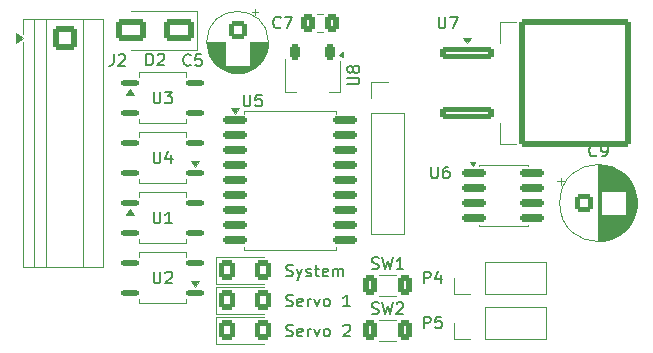
<source format=gto>
G04 #@! TF.GenerationSoftware,KiCad,Pcbnew,9.0.6*
G04 #@! TF.CreationDate,2025-12-01T20:46:10-08:00*
G04 #@! TF.ProjectId,RocketServo,526f636b-6574-4536-9572-766f2e6b6963,n/c*
G04 #@! TF.SameCoordinates,Original*
G04 #@! TF.FileFunction,Legend,Top*
G04 #@! TF.FilePolarity,Positive*
%FSLAX46Y46*%
G04 Gerber Fmt 4.6, Leading zero omitted, Abs format (unit mm)*
G04 Created by KiCad (PCBNEW 9.0.6) date 2025-12-01 20:46:10*
%MOMM*%
%LPD*%
G01*
G04 APERTURE LIST*
G04 Aperture macros list*
%AMRoundRect*
0 Rectangle with rounded corners*
0 $1 Rounding radius*
0 $2 $3 $4 $5 $6 $7 $8 $9 X,Y pos of 4 corners*
0 Add a 4 corners polygon primitive as box body*
4,1,4,$2,$3,$4,$5,$6,$7,$8,$9,$2,$3,0*
0 Add four circle primitives for the rounded corners*
1,1,$1+$1,$2,$3*
1,1,$1+$1,$4,$5*
1,1,$1+$1,$6,$7*
1,1,$1+$1,$8,$9*
0 Add four rect primitives between the rounded corners*
20,1,$1+$1,$2,$3,$4,$5,0*
20,1,$1+$1,$4,$5,$6,$7,0*
20,1,$1+$1,$6,$7,$8,$9,0*
20,1,$1+$1,$8,$9,$2,$3,0*%
%AMFreePoly0*
4,1,9,3.862500,-0.866500,0.737500,-0.866500,0.737500,-0.450000,-0.737500,-0.450000,-0.737500,0.450000,0.737500,0.450000,0.737500,0.866500,3.862500,0.866500,3.862500,-0.866500,3.862500,-0.866500,$1*%
G04 Aperture macros list end*
%ADD10C,0.150000*%
%ADD11C,0.120000*%
%ADD12RoundRect,0.250001X-0.462499X-0.624999X0.462499X-0.624999X0.462499X0.624999X-0.462499X0.624999X0*%
%ADD13RoundRect,0.137500X0.587500X0.137500X-0.587500X0.137500X-0.587500X-0.137500X0.587500X-0.137500X0*%
%ADD14RoundRect,0.250000X0.337500X0.475000X-0.337500X0.475000X-0.337500X-0.475000X0.337500X-0.475000X0*%
%ADD15RoundRect,0.225000X-0.225000X0.425000X-0.225000X-0.425000X0.225000X-0.425000X0.225000X0.425000X0*%
%ADD16FreePoly0,270.000000*%
%ADD17RoundRect,0.150000X-0.875000X-0.150000X0.875000X-0.150000X0.875000X0.150000X-0.875000X0.150000X0*%
%ADD18RoundRect,0.250000X-0.312500X-0.625000X0.312500X-0.625000X0.312500X0.625000X-0.312500X0.625000X0*%
%ADD19R,1.700000X1.700000*%
%ADD20C,1.700000*%
%ADD21RoundRect,0.250000X-0.550000X-0.550000X0.550000X-0.550000X0.550000X0.550000X-0.550000X0.550000X0*%
%ADD22C,1.600000*%
%ADD23RoundRect,0.250000X1.000000X0.650000X-1.000000X0.650000X-1.000000X-0.650000X1.000000X-0.650000X0*%
%ADD24C,3.200000*%
%ADD25RoundRect,0.150000X-0.825000X-0.150000X0.825000X-0.150000X0.825000X0.150000X-0.825000X0.150000X0*%
%ADD26RoundRect,0.250000X-0.750000X0.750000X-0.750000X-0.750000X0.750000X-0.750000X0.750000X0.750000X0*%
%ADD27C,2.000000*%
%ADD28RoundRect,0.137500X-0.587500X-0.137500X0.587500X-0.137500X0.587500X0.137500X-0.587500X0.137500X0*%
%ADD29RoundRect,0.250000X-0.550000X0.550000X-0.550000X-0.550000X0.550000X-0.550000X0.550000X0.550000X0*%
%ADD30RoundRect,0.250000X-2.050000X-0.300000X2.050000X-0.300000X2.050000X0.300000X-2.050000X0.300000X0*%
%ADD31RoundRect,0.250002X-4.449998X-5.149998X4.449998X-5.149998X4.449998X5.149998X-4.449998X5.149998X0*%
G04 APERTURE END LIST*
D10*
X90459160Y-119202200D02*
X90602017Y-119249819D01*
X90602017Y-119249819D02*
X90840112Y-119249819D01*
X90840112Y-119249819D02*
X90935350Y-119202200D01*
X90935350Y-119202200D02*
X90982969Y-119154580D01*
X90982969Y-119154580D02*
X91030588Y-119059342D01*
X91030588Y-119059342D02*
X91030588Y-118964104D01*
X91030588Y-118964104D02*
X90982969Y-118868866D01*
X90982969Y-118868866D02*
X90935350Y-118821247D01*
X90935350Y-118821247D02*
X90840112Y-118773628D01*
X90840112Y-118773628D02*
X90649636Y-118726009D01*
X90649636Y-118726009D02*
X90554398Y-118678390D01*
X90554398Y-118678390D02*
X90506779Y-118630771D01*
X90506779Y-118630771D02*
X90459160Y-118535533D01*
X90459160Y-118535533D02*
X90459160Y-118440295D01*
X90459160Y-118440295D02*
X90506779Y-118345057D01*
X90506779Y-118345057D02*
X90554398Y-118297438D01*
X90554398Y-118297438D02*
X90649636Y-118249819D01*
X90649636Y-118249819D02*
X90887731Y-118249819D01*
X90887731Y-118249819D02*
X91030588Y-118297438D01*
X91363922Y-118583152D02*
X91602017Y-119249819D01*
X91840112Y-118583152D02*
X91602017Y-119249819D01*
X91602017Y-119249819D02*
X91506779Y-119487914D01*
X91506779Y-119487914D02*
X91459160Y-119535533D01*
X91459160Y-119535533D02*
X91363922Y-119583152D01*
X92173446Y-119202200D02*
X92268684Y-119249819D01*
X92268684Y-119249819D02*
X92459160Y-119249819D01*
X92459160Y-119249819D02*
X92554398Y-119202200D01*
X92554398Y-119202200D02*
X92602017Y-119106961D01*
X92602017Y-119106961D02*
X92602017Y-119059342D01*
X92602017Y-119059342D02*
X92554398Y-118964104D01*
X92554398Y-118964104D02*
X92459160Y-118916485D01*
X92459160Y-118916485D02*
X92316303Y-118916485D01*
X92316303Y-118916485D02*
X92221065Y-118868866D01*
X92221065Y-118868866D02*
X92173446Y-118773628D01*
X92173446Y-118773628D02*
X92173446Y-118726009D01*
X92173446Y-118726009D02*
X92221065Y-118630771D01*
X92221065Y-118630771D02*
X92316303Y-118583152D01*
X92316303Y-118583152D02*
X92459160Y-118583152D01*
X92459160Y-118583152D02*
X92554398Y-118630771D01*
X92887732Y-118583152D02*
X93268684Y-118583152D01*
X93030589Y-118249819D02*
X93030589Y-119106961D01*
X93030589Y-119106961D02*
X93078208Y-119202200D01*
X93078208Y-119202200D02*
X93173446Y-119249819D01*
X93173446Y-119249819D02*
X93268684Y-119249819D01*
X93982970Y-119202200D02*
X93887732Y-119249819D01*
X93887732Y-119249819D02*
X93697256Y-119249819D01*
X93697256Y-119249819D02*
X93602018Y-119202200D01*
X93602018Y-119202200D02*
X93554399Y-119106961D01*
X93554399Y-119106961D02*
X93554399Y-118726009D01*
X93554399Y-118726009D02*
X93602018Y-118630771D01*
X93602018Y-118630771D02*
X93697256Y-118583152D01*
X93697256Y-118583152D02*
X93887732Y-118583152D01*
X93887732Y-118583152D02*
X93982970Y-118630771D01*
X93982970Y-118630771D02*
X94030589Y-118726009D01*
X94030589Y-118726009D02*
X94030589Y-118821247D01*
X94030589Y-118821247D02*
X93554399Y-118916485D01*
X94459161Y-119249819D02*
X94459161Y-118583152D01*
X94459161Y-118678390D02*
X94506780Y-118630771D01*
X94506780Y-118630771D02*
X94602018Y-118583152D01*
X94602018Y-118583152D02*
X94744875Y-118583152D01*
X94744875Y-118583152D02*
X94840113Y-118630771D01*
X94840113Y-118630771D02*
X94887732Y-118726009D01*
X94887732Y-118726009D02*
X94887732Y-119249819D01*
X94887732Y-118726009D02*
X94935351Y-118630771D01*
X94935351Y-118630771D02*
X95030589Y-118583152D01*
X95030589Y-118583152D02*
X95173446Y-118583152D01*
X95173446Y-118583152D02*
X95268685Y-118630771D01*
X95268685Y-118630771D02*
X95316304Y-118726009D01*
X95316304Y-118726009D02*
X95316304Y-119249819D01*
X90459160Y-121742200D02*
X90602017Y-121789819D01*
X90602017Y-121789819D02*
X90840112Y-121789819D01*
X90840112Y-121789819D02*
X90935350Y-121742200D01*
X90935350Y-121742200D02*
X90982969Y-121694580D01*
X90982969Y-121694580D02*
X91030588Y-121599342D01*
X91030588Y-121599342D02*
X91030588Y-121504104D01*
X91030588Y-121504104D02*
X90982969Y-121408866D01*
X90982969Y-121408866D02*
X90935350Y-121361247D01*
X90935350Y-121361247D02*
X90840112Y-121313628D01*
X90840112Y-121313628D02*
X90649636Y-121266009D01*
X90649636Y-121266009D02*
X90554398Y-121218390D01*
X90554398Y-121218390D02*
X90506779Y-121170771D01*
X90506779Y-121170771D02*
X90459160Y-121075533D01*
X90459160Y-121075533D02*
X90459160Y-120980295D01*
X90459160Y-120980295D02*
X90506779Y-120885057D01*
X90506779Y-120885057D02*
X90554398Y-120837438D01*
X90554398Y-120837438D02*
X90649636Y-120789819D01*
X90649636Y-120789819D02*
X90887731Y-120789819D01*
X90887731Y-120789819D02*
X91030588Y-120837438D01*
X91840112Y-121742200D02*
X91744874Y-121789819D01*
X91744874Y-121789819D02*
X91554398Y-121789819D01*
X91554398Y-121789819D02*
X91459160Y-121742200D01*
X91459160Y-121742200D02*
X91411541Y-121646961D01*
X91411541Y-121646961D02*
X91411541Y-121266009D01*
X91411541Y-121266009D02*
X91459160Y-121170771D01*
X91459160Y-121170771D02*
X91554398Y-121123152D01*
X91554398Y-121123152D02*
X91744874Y-121123152D01*
X91744874Y-121123152D02*
X91840112Y-121170771D01*
X91840112Y-121170771D02*
X91887731Y-121266009D01*
X91887731Y-121266009D02*
X91887731Y-121361247D01*
X91887731Y-121361247D02*
X91411541Y-121456485D01*
X92316303Y-121789819D02*
X92316303Y-121123152D01*
X92316303Y-121313628D02*
X92363922Y-121218390D01*
X92363922Y-121218390D02*
X92411541Y-121170771D01*
X92411541Y-121170771D02*
X92506779Y-121123152D01*
X92506779Y-121123152D02*
X92602017Y-121123152D01*
X92840113Y-121123152D02*
X93078208Y-121789819D01*
X93078208Y-121789819D02*
X93316303Y-121123152D01*
X93840113Y-121789819D02*
X93744875Y-121742200D01*
X93744875Y-121742200D02*
X93697256Y-121694580D01*
X93697256Y-121694580D02*
X93649637Y-121599342D01*
X93649637Y-121599342D02*
X93649637Y-121313628D01*
X93649637Y-121313628D02*
X93697256Y-121218390D01*
X93697256Y-121218390D02*
X93744875Y-121170771D01*
X93744875Y-121170771D02*
X93840113Y-121123152D01*
X93840113Y-121123152D02*
X93982970Y-121123152D01*
X93982970Y-121123152D02*
X94078208Y-121170771D01*
X94078208Y-121170771D02*
X94125827Y-121218390D01*
X94125827Y-121218390D02*
X94173446Y-121313628D01*
X94173446Y-121313628D02*
X94173446Y-121599342D01*
X94173446Y-121599342D02*
X94125827Y-121694580D01*
X94125827Y-121694580D02*
X94078208Y-121742200D01*
X94078208Y-121742200D02*
X93982970Y-121789819D01*
X93982970Y-121789819D02*
X93840113Y-121789819D01*
X95887732Y-121789819D02*
X95316304Y-121789819D01*
X95602018Y-121789819D02*
X95602018Y-120789819D01*
X95602018Y-120789819D02*
X95506780Y-120932676D01*
X95506780Y-120932676D02*
X95411542Y-121027914D01*
X95411542Y-121027914D02*
X95316304Y-121075533D01*
X90459160Y-124282200D02*
X90602017Y-124329819D01*
X90602017Y-124329819D02*
X90840112Y-124329819D01*
X90840112Y-124329819D02*
X90935350Y-124282200D01*
X90935350Y-124282200D02*
X90982969Y-124234580D01*
X90982969Y-124234580D02*
X91030588Y-124139342D01*
X91030588Y-124139342D02*
X91030588Y-124044104D01*
X91030588Y-124044104D02*
X90982969Y-123948866D01*
X90982969Y-123948866D02*
X90935350Y-123901247D01*
X90935350Y-123901247D02*
X90840112Y-123853628D01*
X90840112Y-123853628D02*
X90649636Y-123806009D01*
X90649636Y-123806009D02*
X90554398Y-123758390D01*
X90554398Y-123758390D02*
X90506779Y-123710771D01*
X90506779Y-123710771D02*
X90459160Y-123615533D01*
X90459160Y-123615533D02*
X90459160Y-123520295D01*
X90459160Y-123520295D02*
X90506779Y-123425057D01*
X90506779Y-123425057D02*
X90554398Y-123377438D01*
X90554398Y-123377438D02*
X90649636Y-123329819D01*
X90649636Y-123329819D02*
X90887731Y-123329819D01*
X90887731Y-123329819D02*
X91030588Y-123377438D01*
X91840112Y-124282200D02*
X91744874Y-124329819D01*
X91744874Y-124329819D02*
X91554398Y-124329819D01*
X91554398Y-124329819D02*
X91459160Y-124282200D01*
X91459160Y-124282200D02*
X91411541Y-124186961D01*
X91411541Y-124186961D02*
X91411541Y-123806009D01*
X91411541Y-123806009D02*
X91459160Y-123710771D01*
X91459160Y-123710771D02*
X91554398Y-123663152D01*
X91554398Y-123663152D02*
X91744874Y-123663152D01*
X91744874Y-123663152D02*
X91840112Y-123710771D01*
X91840112Y-123710771D02*
X91887731Y-123806009D01*
X91887731Y-123806009D02*
X91887731Y-123901247D01*
X91887731Y-123901247D02*
X91411541Y-123996485D01*
X92316303Y-124329819D02*
X92316303Y-123663152D01*
X92316303Y-123853628D02*
X92363922Y-123758390D01*
X92363922Y-123758390D02*
X92411541Y-123710771D01*
X92411541Y-123710771D02*
X92506779Y-123663152D01*
X92506779Y-123663152D02*
X92602017Y-123663152D01*
X92840113Y-123663152D02*
X93078208Y-124329819D01*
X93078208Y-124329819D02*
X93316303Y-123663152D01*
X93840113Y-124329819D02*
X93744875Y-124282200D01*
X93744875Y-124282200D02*
X93697256Y-124234580D01*
X93697256Y-124234580D02*
X93649637Y-124139342D01*
X93649637Y-124139342D02*
X93649637Y-123853628D01*
X93649637Y-123853628D02*
X93697256Y-123758390D01*
X93697256Y-123758390D02*
X93744875Y-123710771D01*
X93744875Y-123710771D02*
X93840113Y-123663152D01*
X93840113Y-123663152D02*
X93982970Y-123663152D01*
X93982970Y-123663152D02*
X94078208Y-123710771D01*
X94078208Y-123710771D02*
X94125827Y-123758390D01*
X94125827Y-123758390D02*
X94173446Y-123853628D01*
X94173446Y-123853628D02*
X94173446Y-124139342D01*
X94173446Y-124139342D02*
X94125827Y-124234580D01*
X94125827Y-124234580D02*
X94078208Y-124282200D01*
X94078208Y-124282200D02*
X93982970Y-124329819D01*
X93982970Y-124329819D02*
X93840113Y-124329819D01*
X95316304Y-123425057D02*
X95363923Y-123377438D01*
X95363923Y-123377438D02*
X95459161Y-123329819D01*
X95459161Y-123329819D02*
X95697256Y-123329819D01*
X95697256Y-123329819D02*
X95792494Y-123377438D01*
X95792494Y-123377438D02*
X95840113Y-123425057D01*
X95840113Y-123425057D02*
X95887732Y-123520295D01*
X95887732Y-123520295D02*
X95887732Y-123615533D01*
X95887732Y-123615533D02*
X95840113Y-123758390D01*
X95840113Y-123758390D02*
X95268685Y-124329819D01*
X95268685Y-124329819D02*
X95887732Y-124329819D01*
X79248095Y-118834819D02*
X79248095Y-119644342D01*
X79248095Y-119644342D02*
X79295714Y-119739580D01*
X79295714Y-119739580D02*
X79343333Y-119787200D01*
X79343333Y-119787200D02*
X79438571Y-119834819D01*
X79438571Y-119834819D02*
X79629047Y-119834819D01*
X79629047Y-119834819D02*
X79724285Y-119787200D01*
X79724285Y-119787200D02*
X79771904Y-119739580D01*
X79771904Y-119739580D02*
X79819523Y-119644342D01*
X79819523Y-119644342D02*
X79819523Y-118834819D01*
X80248095Y-118930057D02*
X80295714Y-118882438D01*
X80295714Y-118882438D02*
X80390952Y-118834819D01*
X80390952Y-118834819D02*
X80629047Y-118834819D01*
X80629047Y-118834819D02*
X80724285Y-118882438D01*
X80724285Y-118882438D02*
X80771904Y-118930057D01*
X80771904Y-118930057D02*
X80819523Y-119025295D01*
X80819523Y-119025295D02*
X80819523Y-119120533D01*
X80819523Y-119120533D02*
X80771904Y-119263390D01*
X80771904Y-119263390D02*
X80200476Y-119834819D01*
X80200476Y-119834819D02*
X80819523Y-119834819D01*
X90003333Y-98149580D02*
X89955714Y-98197200D01*
X89955714Y-98197200D02*
X89812857Y-98244819D01*
X89812857Y-98244819D02*
X89717619Y-98244819D01*
X89717619Y-98244819D02*
X89574762Y-98197200D01*
X89574762Y-98197200D02*
X89479524Y-98101961D01*
X89479524Y-98101961D02*
X89431905Y-98006723D01*
X89431905Y-98006723D02*
X89384286Y-97816247D01*
X89384286Y-97816247D02*
X89384286Y-97673390D01*
X89384286Y-97673390D02*
X89431905Y-97482914D01*
X89431905Y-97482914D02*
X89479524Y-97387676D01*
X89479524Y-97387676D02*
X89574762Y-97292438D01*
X89574762Y-97292438D02*
X89717619Y-97244819D01*
X89717619Y-97244819D02*
X89812857Y-97244819D01*
X89812857Y-97244819D02*
X89955714Y-97292438D01*
X89955714Y-97292438D02*
X90003333Y-97340057D01*
X90336667Y-97244819D02*
X91003333Y-97244819D01*
X91003333Y-97244819D02*
X90574762Y-98244819D01*
X95664819Y-102996904D02*
X96474342Y-102996904D01*
X96474342Y-102996904D02*
X96569580Y-102949285D01*
X96569580Y-102949285D02*
X96617200Y-102901666D01*
X96617200Y-102901666D02*
X96664819Y-102806428D01*
X96664819Y-102806428D02*
X96664819Y-102615952D01*
X96664819Y-102615952D02*
X96617200Y-102520714D01*
X96617200Y-102520714D02*
X96569580Y-102473095D01*
X96569580Y-102473095D02*
X96474342Y-102425476D01*
X96474342Y-102425476D02*
X95664819Y-102425476D01*
X96093390Y-101806428D02*
X96045771Y-101901666D01*
X96045771Y-101901666D02*
X95998152Y-101949285D01*
X95998152Y-101949285D02*
X95902914Y-101996904D01*
X95902914Y-101996904D02*
X95855295Y-101996904D01*
X95855295Y-101996904D02*
X95760057Y-101949285D01*
X95760057Y-101949285D02*
X95712438Y-101901666D01*
X95712438Y-101901666D02*
X95664819Y-101806428D01*
X95664819Y-101806428D02*
X95664819Y-101615952D01*
X95664819Y-101615952D02*
X95712438Y-101520714D01*
X95712438Y-101520714D02*
X95760057Y-101473095D01*
X95760057Y-101473095D02*
X95855295Y-101425476D01*
X95855295Y-101425476D02*
X95902914Y-101425476D01*
X95902914Y-101425476D02*
X95998152Y-101473095D01*
X95998152Y-101473095D02*
X96045771Y-101520714D01*
X96045771Y-101520714D02*
X96093390Y-101615952D01*
X96093390Y-101615952D02*
X96093390Y-101806428D01*
X96093390Y-101806428D02*
X96141009Y-101901666D01*
X96141009Y-101901666D02*
X96188628Y-101949285D01*
X96188628Y-101949285D02*
X96283866Y-101996904D01*
X96283866Y-101996904D02*
X96474342Y-101996904D01*
X96474342Y-101996904D02*
X96569580Y-101949285D01*
X96569580Y-101949285D02*
X96617200Y-101901666D01*
X96617200Y-101901666D02*
X96664819Y-101806428D01*
X96664819Y-101806428D02*
X96664819Y-101615952D01*
X96664819Y-101615952D02*
X96617200Y-101520714D01*
X96617200Y-101520714D02*
X96569580Y-101473095D01*
X96569580Y-101473095D02*
X96474342Y-101425476D01*
X96474342Y-101425476D02*
X96283866Y-101425476D01*
X96283866Y-101425476D02*
X96188628Y-101473095D01*
X96188628Y-101473095D02*
X96141009Y-101520714D01*
X96141009Y-101520714D02*
X96093390Y-101615952D01*
X86868095Y-103849819D02*
X86868095Y-104659342D01*
X86868095Y-104659342D02*
X86915714Y-104754580D01*
X86915714Y-104754580D02*
X86963333Y-104802200D01*
X86963333Y-104802200D02*
X87058571Y-104849819D01*
X87058571Y-104849819D02*
X87249047Y-104849819D01*
X87249047Y-104849819D02*
X87344285Y-104802200D01*
X87344285Y-104802200D02*
X87391904Y-104754580D01*
X87391904Y-104754580D02*
X87439523Y-104659342D01*
X87439523Y-104659342D02*
X87439523Y-103849819D01*
X88391904Y-103849819D02*
X87915714Y-103849819D01*
X87915714Y-103849819D02*
X87868095Y-104326009D01*
X87868095Y-104326009D02*
X87915714Y-104278390D01*
X87915714Y-104278390D02*
X88010952Y-104230771D01*
X88010952Y-104230771D02*
X88249047Y-104230771D01*
X88249047Y-104230771D02*
X88344285Y-104278390D01*
X88344285Y-104278390D02*
X88391904Y-104326009D01*
X88391904Y-104326009D02*
X88439523Y-104421247D01*
X88439523Y-104421247D02*
X88439523Y-104659342D01*
X88439523Y-104659342D02*
X88391904Y-104754580D01*
X88391904Y-104754580D02*
X88344285Y-104802200D01*
X88344285Y-104802200D02*
X88249047Y-104849819D01*
X88249047Y-104849819D02*
X88010952Y-104849819D01*
X88010952Y-104849819D02*
X87915714Y-104802200D01*
X87915714Y-104802200D02*
X87868095Y-104754580D01*
X97726667Y-122402200D02*
X97869524Y-122449819D01*
X97869524Y-122449819D02*
X98107619Y-122449819D01*
X98107619Y-122449819D02*
X98202857Y-122402200D01*
X98202857Y-122402200D02*
X98250476Y-122354580D01*
X98250476Y-122354580D02*
X98298095Y-122259342D01*
X98298095Y-122259342D02*
X98298095Y-122164104D01*
X98298095Y-122164104D02*
X98250476Y-122068866D01*
X98250476Y-122068866D02*
X98202857Y-122021247D01*
X98202857Y-122021247D02*
X98107619Y-121973628D01*
X98107619Y-121973628D02*
X97917143Y-121926009D01*
X97917143Y-121926009D02*
X97821905Y-121878390D01*
X97821905Y-121878390D02*
X97774286Y-121830771D01*
X97774286Y-121830771D02*
X97726667Y-121735533D01*
X97726667Y-121735533D02*
X97726667Y-121640295D01*
X97726667Y-121640295D02*
X97774286Y-121545057D01*
X97774286Y-121545057D02*
X97821905Y-121497438D01*
X97821905Y-121497438D02*
X97917143Y-121449819D01*
X97917143Y-121449819D02*
X98155238Y-121449819D01*
X98155238Y-121449819D02*
X98298095Y-121497438D01*
X98631429Y-121449819D02*
X98869524Y-122449819D01*
X98869524Y-122449819D02*
X99060000Y-121735533D01*
X99060000Y-121735533D02*
X99250476Y-122449819D01*
X99250476Y-122449819D02*
X99488572Y-121449819D01*
X99821905Y-121545057D02*
X99869524Y-121497438D01*
X99869524Y-121497438D02*
X99964762Y-121449819D01*
X99964762Y-121449819D02*
X100202857Y-121449819D01*
X100202857Y-121449819D02*
X100298095Y-121497438D01*
X100298095Y-121497438D02*
X100345714Y-121545057D01*
X100345714Y-121545057D02*
X100393333Y-121640295D01*
X100393333Y-121640295D02*
X100393333Y-121735533D01*
X100393333Y-121735533D02*
X100345714Y-121878390D01*
X100345714Y-121878390D02*
X99774286Y-122449819D01*
X99774286Y-122449819D02*
X100393333Y-122449819D01*
X79248095Y-108674819D02*
X79248095Y-109484342D01*
X79248095Y-109484342D02*
X79295714Y-109579580D01*
X79295714Y-109579580D02*
X79343333Y-109627200D01*
X79343333Y-109627200D02*
X79438571Y-109674819D01*
X79438571Y-109674819D02*
X79629047Y-109674819D01*
X79629047Y-109674819D02*
X79724285Y-109627200D01*
X79724285Y-109627200D02*
X79771904Y-109579580D01*
X79771904Y-109579580D02*
X79819523Y-109484342D01*
X79819523Y-109484342D02*
X79819523Y-108674819D01*
X80724285Y-109008152D02*
X80724285Y-109674819D01*
X80486190Y-108627200D02*
X80248095Y-109341485D01*
X80248095Y-109341485D02*
X80867142Y-109341485D01*
X102131905Y-119834819D02*
X102131905Y-118834819D01*
X102131905Y-118834819D02*
X102512857Y-118834819D01*
X102512857Y-118834819D02*
X102608095Y-118882438D01*
X102608095Y-118882438D02*
X102655714Y-118930057D01*
X102655714Y-118930057D02*
X102703333Y-119025295D01*
X102703333Y-119025295D02*
X102703333Y-119168152D01*
X102703333Y-119168152D02*
X102655714Y-119263390D01*
X102655714Y-119263390D02*
X102608095Y-119311009D01*
X102608095Y-119311009D02*
X102512857Y-119358628D01*
X102512857Y-119358628D02*
X102131905Y-119358628D01*
X103560476Y-119168152D02*
X103560476Y-119834819D01*
X103322381Y-118787200D02*
X103084286Y-119501485D01*
X103084286Y-119501485D02*
X103703333Y-119501485D01*
X116740954Y-108989580D02*
X116693335Y-109037200D01*
X116693335Y-109037200D02*
X116550478Y-109084819D01*
X116550478Y-109084819D02*
X116455240Y-109084819D01*
X116455240Y-109084819D02*
X116312383Y-109037200D01*
X116312383Y-109037200D02*
X116217145Y-108941961D01*
X116217145Y-108941961D02*
X116169526Y-108846723D01*
X116169526Y-108846723D02*
X116121907Y-108656247D01*
X116121907Y-108656247D02*
X116121907Y-108513390D01*
X116121907Y-108513390D02*
X116169526Y-108322914D01*
X116169526Y-108322914D02*
X116217145Y-108227676D01*
X116217145Y-108227676D02*
X116312383Y-108132438D01*
X116312383Y-108132438D02*
X116455240Y-108084819D01*
X116455240Y-108084819D02*
X116550478Y-108084819D01*
X116550478Y-108084819D02*
X116693335Y-108132438D01*
X116693335Y-108132438D02*
X116740954Y-108180057D01*
X117217145Y-109084819D02*
X117407621Y-109084819D01*
X117407621Y-109084819D02*
X117502859Y-109037200D01*
X117502859Y-109037200D02*
X117550478Y-108989580D01*
X117550478Y-108989580D02*
X117645716Y-108846723D01*
X117645716Y-108846723D02*
X117693335Y-108656247D01*
X117693335Y-108656247D02*
X117693335Y-108275295D01*
X117693335Y-108275295D02*
X117645716Y-108180057D01*
X117645716Y-108180057D02*
X117598097Y-108132438D01*
X117598097Y-108132438D02*
X117502859Y-108084819D01*
X117502859Y-108084819D02*
X117312383Y-108084819D01*
X117312383Y-108084819D02*
X117217145Y-108132438D01*
X117217145Y-108132438D02*
X117169526Y-108180057D01*
X117169526Y-108180057D02*
X117121907Y-108275295D01*
X117121907Y-108275295D02*
X117121907Y-108513390D01*
X117121907Y-108513390D02*
X117169526Y-108608628D01*
X117169526Y-108608628D02*
X117217145Y-108656247D01*
X117217145Y-108656247D02*
X117312383Y-108703866D01*
X117312383Y-108703866D02*
X117502859Y-108703866D01*
X117502859Y-108703866D02*
X117598097Y-108656247D01*
X117598097Y-108656247D02*
X117645716Y-108608628D01*
X117645716Y-108608628D02*
X117693335Y-108513390D01*
X78636905Y-101379819D02*
X78636905Y-100379819D01*
X78636905Y-100379819D02*
X78875000Y-100379819D01*
X78875000Y-100379819D02*
X79017857Y-100427438D01*
X79017857Y-100427438D02*
X79113095Y-100522676D01*
X79113095Y-100522676D02*
X79160714Y-100617914D01*
X79160714Y-100617914D02*
X79208333Y-100808390D01*
X79208333Y-100808390D02*
X79208333Y-100951247D01*
X79208333Y-100951247D02*
X79160714Y-101141723D01*
X79160714Y-101141723D02*
X79113095Y-101236961D01*
X79113095Y-101236961D02*
X79017857Y-101332200D01*
X79017857Y-101332200D02*
X78875000Y-101379819D01*
X78875000Y-101379819D02*
X78636905Y-101379819D01*
X79589286Y-100475057D02*
X79636905Y-100427438D01*
X79636905Y-100427438D02*
X79732143Y-100379819D01*
X79732143Y-100379819D02*
X79970238Y-100379819D01*
X79970238Y-100379819D02*
X80065476Y-100427438D01*
X80065476Y-100427438D02*
X80113095Y-100475057D01*
X80113095Y-100475057D02*
X80160714Y-100570295D01*
X80160714Y-100570295D02*
X80160714Y-100665533D01*
X80160714Y-100665533D02*
X80113095Y-100808390D01*
X80113095Y-100808390D02*
X79541667Y-101379819D01*
X79541667Y-101379819D02*
X80160714Y-101379819D01*
X102131905Y-123644819D02*
X102131905Y-122644819D01*
X102131905Y-122644819D02*
X102512857Y-122644819D01*
X102512857Y-122644819D02*
X102608095Y-122692438D01*
X102608095Y-122692438D02*
X102655714Y-122740057D01*
X102655714Y-122740057D02*
X102703333Y-122835295D01*
X102703333Y-122835295D02*
X102703333Y-122978152D01*
X102703333Y-122978152D02*
X102655714Y-123073390D01*
X102655714Y-123073390D02*
X102608095Y-123121009D01*
X102608095Y-123121009D02*
X102512857Y-123168628D01*
X102512857Y-123168628D02*
X102131905Y-123168628D01*
X103608095Y-122644819D02*
X103131905Y-122644819D01*
X103131905Y-122644819D02*
X103084286Y-123121009D01*
X103084286Y-123121009D02*
X103131905Y-123073390D01*
X103131905Y-123073390D02*
X103227143Y-123025771D01*
X103227143Y-123025771D02*
X103465238Y-123025771D01*
X103465238Y-123025771D02*
X103560476Y-123073390D01*
X103560476Y-123073390D02*
X103608095Y-123121009D01*
X103608095Y-123121009D02*
X103655714Y-123216247D01*
X103655714Y-123216247D02*
X103655714Y-123454342D01*
X103655714Y-123454342D02*
X103608095Y-123549580D01*
X103608095Y-123549580D02*
X103560476Y-123597200D01*
X103560476Y-123597200D02*
X103465238Y-123644819D01*
X103465238Y-123644819D02*
X103227143Y-123644819D01*
X103227143Y-123644819D02*
X103131905Y-123597200D01*
X103131905Y-123597200D02*
X103084286Y-123549580D01*
X102743095Y-109944819D02*
X102743095Y-110754342D01*
X102743095Y-110754342D02*
X102790714Y-110849580D01*
X102790714Y-110849580D02*
X102838333Y-110897200D01*
X102838333Y-110897200D02*
X102933571Y-110944819D01*
X102933571Y-110944819D02*
X103124047Y-110944819D01*
X103124047Y-110944819D02*
X103219285Y-110897200D01*
X103219285Y-110897200D02*
X103266904Y-110849580D01*
X103266904Y-110849580D02*
X103314523Y-110754342D01*
X103314523Y-110754342D02*
X103314523Y-109944819D01*
X104219285Y-109944819D02*
X104028809Y-109944819D01*
X104028809Y-109944819D02*
X103933571Y-109992438D01*
X103933571Y-109992438D02*
X103885952Y-110040057D01*
X103885952Y-110040057D02*
X103790714Y-110182914D01*
X103790714Y-110182914D02*
X103743095Y-110373390D01*
X103743095Y-110373390D02*
X103743095Y-110754342D01*
X103743095Y-110754342D02*
X103790714Y-110849580D01*
X103790714Y-110849580D02*
X103838333Y-110897200D01*
X103838333Y-110897200D02*
X103933571Y-110944819D01*
X103933571Y-110944819D02*
X104124047Y-110944819D01*
X104124047Y-110944819D02*
X104219285Y-110897200D01*
X104219285Y-110897200D02*
X104266904Y-110849580D01*
X104266904Y-110849580D02*
X104314523Y-110754342D01*
X104314523Y-110754342D02*
X104314523Y-110516247D01*
X104314523Y-110516247D02*
X104266904Y-110421009D01*
X104266904Y-110421009D02*
X104219285Y-110373390D01*
X104219285Y-110373390D02*
X104124047Y-110325771D01*
X104124047Y-110325771D02*
X103933571Y-110325771D01*
X103933571Y-110325771D02*
X103838333Y-110373390D01*
X103838333Y-110373390D02*
X103790714Y-110421009D01*
X103790714Y-110421009D02*
X103743095Y-110516247D01*
X75866666Y-100419819D02*
X75866666Y-101134104D01*
X75866666Y-101134104D02*
X75819047Y-101276961D01*
X75819047Y-101276961D02*
X75723809Y-101372200D01*
X75723809Y-101372200D02*
X75580952Y-101419819D01*
X75580952Y-101419819D02*
X75485714Y-101419819D01*
X76295238Y-100515057D02*
X76342857Y-100467438D01*
X76342857Y-100467438D02*
X76438095Y-100419819D01*
X76438095Y-100419819D02*
X76676190Y-100419819D01*
X76676190Y-100419819D02*
X76771428Y-100467438D01*
X76771428Y-100467438D02*
X76819047Y-100515057D01*
X76819047Y-100515057D02*
X76866666Y-100610295D01*
X76866666Y-100610295D02*
X76866666Y-100705533D01*
X76866666Y-100705533D02*
X76819047Y-100848390D01*
X76819047Y-100848390D02*
X76247619Y-101419819D01*
X76247619Y-101419819D02*
X76866666Y-101419819D01*
X79248095Y-113754819D02*
X79248095Y-114564342D01*
X79248095Y-114564342D02*
X79295714Y-114659580D01*
X79295714Y-114659580D02*
X79343333Y-114707200D01*
X79343333Y-114707200D02*
X79438571Y-114754819D01*
X79438571Y-114754819D02*
X79629047Y-114754819D01*
X79629047Y-114754819D02*
X79724285Y-114707200D01*
X79724285Y-114707200D02*
X79771904Y-114659580D01*
X79771904Y-114659580D02*
X79819523Y-114564342D01*
X79819523Y-114564342D02*
X79819523Y-113754819D01*
X80819523Y-114754819D02*
X80248095Y-114754819D01*
X80533809Y-114754819D02*
X80533809Y-113754819D01*
X80533809Y-113754819D02*
X80438571Y-113897676D01*
X80438571Y-113897676D02*
X80343333Y-113992914D01*
X80343333Y-113992914D02*
X80248095Y-114040533D01*
X82383333Y-101324580D02*
X82335714Y-101372200D01*
X82335714Y-101372200D02*
X82192857Y-101419819D01*
X82192857Y-101419819D02*
X82097619Y-101419819D01*
X82097619Y-101419819D02*
X81954762Y-101372200D01*
X81954762Y-101372200D02*
X81859524Y-101276961D01*
X81859524Y-101276961D02*
X81811905Y-101181723D01*
X81811905Y-101181723D02*
X81764286Y-100991247D01*
X81764286Y-100991247D02*
X81764286Y-100848390D01*
X81764286Y-100848390D02*
X81811905Y-100657914D01*
X81811905Y-100657914D02*
X81859524Y-100562676D01*
X81859524Y-100562676D02*
X81954762Y-100467438D01*
X81954762Y-100467438D02*
X82097619Y-100419819D01*
X82097619Y-100419819D02*
X82192857Y-100419819D01*
X82192857Y-100419819D02*
X82335714Y-100467438D01*
X82335714Y-100467438D02*
X82383333Y-100515057D01*
X83288095Y-100419819D02*
X82811905Y-100419819D01*
X82811905Y-100419819D02*
X82764286Y-100896009D01*
X82764286Y-100896009D02*
X82811905Y-100848390D01*
X82811905Y-100848390D02*
X82907143Y-100800771D01*
X82907143Y-100800771D02*
X83145238Y-100800771D01*
X83145238Y-100800771D02*
X83240476Y-100848390D01*
X83240476Y-100848390D02*
X83288095Y-100896009D01*
X83288095Y-100896009D02*
X83335714Y-100991247D01*
X83335714Y-100991247D02*
X83335714Y-101229342D01*
X83335714Y-101229342D02*
X83288095Y-101324580D01*
X83288095Y-101324580D02*
X83240476Y-101372200D01*
X83240476Y-101372200D02*
X83145238Y-101419819D01*
X83145238Y-101419819D02*
X82907143Y-101419819D01*
X82907143Y-101419819D02*
X82811905Y-101372200D01*
X82811905Y-101372200D02*
X82764286Y-101324580D01*
X97726667Y-118592200D02*
X97869524Y-118639819D01*
X97869524Y-118639819D02*
X98107619Y-118639819D01*
X98107619Y-118639819D02*
X98202857Y-118592200D01*
X98202857Y-118592200D02*
X98250476Y-118544580D01*
X98250476Y-118544580D02*
X98298095Y-118449342D01*
X98298095Y-118449342D02*
X98298095Y-118354104D01*
X98298095Y-118354104D02*
X98250476Y-118258866D01*
X98250476Y-118258866D02*
X98202857Y-118211247D01*
X98202857Y-118211247D02*
X98107619Y-118163628D01*
X98107619Y-118163628D02*
X97917143Y-118116009D01*
X97917143Y-118116009D02*
X97821905Y-118068390D01*
X97821905Y-118068390D02*
X97774286Y-118020771D01*
X97774286Y-118020771D02*
X97726667Y-117925533D01*
X97726667Y-117925533D02*
X97726667Y-117830295D01*
X97726667Y-117830295D02*
X97774286Y-117735057D01*
X97774286Y-117735057D02*
X97821905Y-117687438D01*
X97821905Y-117687438D02*
X97917143Y-117639819D01*
X97917143Y-117639819D02*
X98155238Y-117639819D01*
X98155238Y-117639819D02*
X98298095Y-117687438D01*
X98631429Y-117639819D02*
X98869524Y-118639819D01*
X98869524Y-118639819D02*
X99060000Y-117925533D01*
X99060000Y-117925533D02*
X99250476Y-118639819D01*
X99250476Y-118639819D02*
X99488572Y-117639819D01*
X100393333Y-118639819D02*
X99821905Y-118639819D01*
X100107619Y-118639819D02*
X100107619Y-117639819D01*
X100107619Y-117639819D02*
X100012381Y-117782676D01*
X100012381Y-117782676D02*
X99917143Y-117877914D01*
X99917143Y-117877914D02*
X99821905Y-117925533D01*
X79248095Y-103594819D02*
X79248095Y-104404342D01*
X79248095Y-104404342D02*
X79295714Y-104499580D01*
X79295714Y-104499580D02*
X79343333Y-104547200D01*
X79343333Y-104547200D02*
X79438571Y-104594819D01*
X79438571Y-104594819D02*
X79629047Y-104594819D01*
X79629047Y-104594819D02*
X79724285Y-104547200D01*
X79724285Y-104547200D02*
X79771904Y-104499580D01*
X79771904Y-104499580D02*
X79819523Y-104404342D01*
X79819523Y-104404342D02*
X79819523Y-103594819D01*
X80200476Y-103594819D02*
X80819523Y-103594819D01*
X80819523Y-103594819D02*
X80486190Y-103975771D01*
X80486190Y-103975771D02*
X80629047Y-103975771D01*
X80629047Y-103975771D02*
X80724285Y-104023390D01*
X80724285Y-104023390D02*
X80771904Y-104071009D01*
X80771904Y-104071009D02*
X80819523Y-104166247D01*
X80819523Y-104166247D02*
X80819523Y-104404342D01*
X80819523Y-104404342D02*
X80771904Y-104499580D01*
X80771904Y-104499580D02*
X80724285Y-104547200D01*
X80724285Y-104547200D02*
X80629047Y-104594819D01*
X80629047Y-104594819D02*
X80343333Y-104594819D01*
X80343333Y-104594819D02*
X80248095Y-104547200D01*
X80248095Y-104547200D02*
X80200476Y-104499580D01*
X103378095Y-97244819D02*
X103378095Y-98054342D01*
X103378095Y-98054342D02*
X103425714Y-98149580D01*
X103425714Y-98149580D02*
X103473333Y-98197200D01*
X103473333Y-98197200D02*
X103568571Y-98244819D01*
X103568571Y-98244819D02*
X103759047Y-98244819D01*
X103759047Y-98244819D02*
X103854285Y-98197200D01*
X103854285Y-98197200D02*
X103901904Y-98149580D01*
X103901904Y-98149580D02*
X103949523Y-98054342D01*
X103949523Y-98054342D02*
X103949523Y-97244819D01*
X104330476Y-97244819D02*
X104997142Y-97244819D01*
X104997142Y-97244819D02*
X104568571Y-98244819D01*
D11*
X84535000Y-120150000D02*
X84535000Y-122420000D01*
X84535000Y-122420000D02*
X88595000Y-122420000D01*
X88595000Y-120150000D02*
X84535000Y-120150000D01*
X78000000Y-117220000D02*
X82020000Y-117220000D01*
X78000000Y-117575000D02*
X78000000Y-117220000D01*
X78000000Y-121540000D02*
X78000000Y-121185000D01*
X82020000Y-117220000D02*
X82020000Y-117575000D01*
X82020000Y-121185000D02*
X82020000Y-121540000D01*
X82020000Y-121540000D02*
X78000000Y-121540000D01*
X82760000Y-120110000D02*
X82420000Y-119640000D01*
X83100000Y-119640000D01*
X82760000Y-120110000D01*
G36*
X82760000Y-120110000D02*
G01*
X82420000Y-119640000D01*
X83100000Y-119640000D01*
X82760000Y-120110000D01*
G37*
X84535000Y-122690000D02*
X84535000Y-124960000D01*
X84535000Y-124960000D02*
X88595000Y-124960000D01*
X88595000Y-122690000D02*
X84535000Y-122690000D01*
X93606252Y-97055000D02*
X93083748Y-97055000D01*
X93606252Y-98525000D02*
X93083748Y-98525000D01*
X90350000Y-103595000D02*
X90350000Y-100875000D01*
X91330000Y-103595000D02*
X90350000Y-103595000D01*
X94090000Y-103595000D02*
X95070000Y-103595000D01*
X95070000Y-101015000D02*
X95070000Y-103595000D01*
X95250000Y-100705000D02*
X94920000Y-100465000D01*
X95250000Y-100225000D01*
X95250000Y-100705000D01*
G36*
X95250000Y-100705000D02*
G01*
X94920000Y-100465000D01*
X95250000Y-100225000D01*
X95250000Y-100705000D01*
G37*
X86945000Y-105240000D02*
X94665000Y-105240000D01*
X86945000Y-105485000D02*
X86945000Y-105240000D01*
X86945000Y-117010000D02*
X86945000Y-116765000D01*
X94665000Y-105240000D02*
X94665000Y-105485000D01*
X94665000Y-116765000D02*
X94665000Y-117010000D01*
X94665000Y-117010000D02*
X86945000Y-117010000D01*
X86155000Y-105485000D02*
X85815000Y-105015000D01*
X86495000Y-105015000D01*
X86155000Y-105485000D01*
G36*
X86155000Y-105485000D02*
G01*
X85815000Y-105015000D01*
X86495000Y-105015000D01*
X86155000Y-105485000D01*
G37*
X98332936Y-122915000D02*
X99787064Y-122915000D01*
X98332936Y-124735000D02*
X99787064Y-124735000D01*
X84535000Y-117610000D02*
X84535000Y-119880000D01*
X84535000Y-119880000D02*
X88595000Y-119880000D01*
X88595000Y-117610000D02*
X84535000Y-117610000D01*
X78000000Y-107060000D02*
X82020000Y-107060000D01*
X78000000Y-107415000D02*
X78000000Y-107060000D01*
X78000000Y-111380000D02*
X78000000Y-111025000D01*
X82020000Y-107060000D02*
X82020000Y-107415000D01*
X82020000Y-111025000D02*
X82020000Y-111380000D01*
X82020000Y-111380000D02*
X78000000Y-111380000D01*
X82760000Y-109950000D02*
X82420000Y-109480000D01*
X83100000Y-109480000D01*
X82760000Y-109950000D01*
G36*
X82760000Y-109950000D02*
G01*
X82420000Y-109480000D01*
X83100000Y-109480000D01*
X82760000Y-109950000D01*
G37*
X104665000Y-120760000D02*
X104665000Y-119380000D01*
X106045000Y-120760000D02*
X104665000Y-120760000D01*
X107315000Y-118000000D02*
X112505000Y-118000000D01*
X107315000Y-120760000D02*
X107315000Y-118000000D01*
X107315000Y-120760000D02*
X112505000Y-120760000D01*
X112505000Y-120760000D02*
X112505000Y-118000000D01*
X113407380Y-111191000D02*
X114037380Y-111191000D01*
X113722380Y-110876000D02*
X113722380Y-111506000D01*
X116907621Y-109800000D02*
X116907621Y-116260000D01*
X116947621Y-109800000D02*
X116947621Y-116260000D01*
X116987621Y-109801000D02*
X116987621Y-116259000D01*
X117027621Y-109802000D02*
X117027621Y-116258000D01*
X117067621Y-109804000D02*
X117067621Y-116256000D01*
X117107621Y-109806000D02*
X117107621Y-116254000D01*
X117147621Y-109809000D02*
X117147621Y-111990000D01*
X117147621Y-114070000D02*
X117147621Y-116251000D01*
X117187621Y-109812000D02*
X117187621Y-111990000D01*
X117187621Y-114070000D02*
X117187621Y-116248000D01*
X117227621Y-109816000D02*
X117227621Y-111990000D01*
X117227621Y-114070000D02*
X117227621Y-116244000D01*
X117267621Y-109820000D02*
X117267621Y-111990000D01*
X117267621Y-114070000D02*
X117267621Y-116240000D01*
X117307621Y-109825000D02*
X117307621Y-111990000D01*
X117307621Y-114070000D02*
X117307621Y-116235000D01*
X117347621Y-109830000D02*
X117347621Y-111990000D01*
X117347621Y-114070000D02*
X117347621Y-116230000D01*
X117387621Y-109835000D02*
X117387621Y-111990000D01*
X117387621Y-114070000D02*
X117387621Y-116225000D01*
X117427621Y-109842000D02*
X117427621Y-111990000D01*
X117427621Y-114070000D02*
X117427621Y-116218000D01*
X117467621Y-109848000D02*
X117467621Y-111990000D01*
X117467621Y-114070000D02*
X117467621Y-116212000D01*
X117507621Y-109856000D02*
X117507621Y-111990000D01*
X117507621Y-114070000D02*
X117507621Y-116204000D01*
X117547621Y-109863000D02*
X117547621Y-111990000D01*
X117547621Y-114070000D02*
X117547621Y-116197000D01*
X117587621Y-109871000D02*
X117587621Y-111990000D01*
X117587621Y-114070000D02*
X117587621Y-116189000D01*
X117627621Y-109880000D02*
X117627621Y-111990000D01*
X117627621Y-114070000D02*
X117627621Y-116180000D01*
X117667621Y-109890000D02*
X117667621Y-111990000D01*
X117667621Y-114070000D02*
X117667621Y-116170000D01*
X117707621Y-109899000D02*
X117707621Y-111990000D01*
X117707621Y-114070000D02*
X117707621Y-116161000D01*
X117747621Y-109910000D02*
X117747621Y-111990000D01*
X117747621Y-114070000D02*
X117747621Y-116150000D01*
X117787621Y-109921000D02*
X117787621Y-111990000D01*
X117787621Y-114070000D02*
X117787621Y-116139000D01*
X117827621Y-109932000D02*
X117827621Y-111990000D01*
X117827621Y-114070000D02*
X117827621Y-116128000D01*
X117867621Y-109944000D02*
X117867621Y-111990000D01*
X117867621Y-114070000D02*
X117867621Y-116116000D01*
X117907621Y-109957000D02*
X117907621Y-111990000D01*
X117907621Y-114070000D02*
X117907621Y-116103000D01*
X117947621Y-109970000D02*
X117947621Y-111990000D01*
X117947621Y-114070000D02*
X117947621Y-116090000D01*
X117987621Y-109983000D02*
X117987621Y-111990000D01*
X117987621Y-114070000D02*
X117987621Y-116077000D01*
X118027621Y-109998000D02*
X118027621Y-111990000D01*
X118027621Y-114070000D02*
X118027621Y-116062000D01*
X118067621Y-110013000D02*
X118067621Y-111990000D01*
X118067621Y-114070000D02*
X118067621Y-116047000D01*
X118107621Y-110028000D02*
X118107621Y-111990000D01*
X118107621Y-114070000D02*
X118107621Y-116032000D01*
X118147621Y-110044000D02*
X118147621Y-111990000D01*
X118147621Y-114070000D02*
X118147621Y-116016000D01*
X118187621Y-110061000D02*
X118187621Y-111990000D01*
X118187621Y-114070000D02*
X118187621Y-115999000D01*
X118227621Y-110078000D02*
X118227621Y-111990000D01*
X118227621Y-114070000D02*
X118227621Y-115982000D01*
X118267621Y-110096000D02*
X118267621Y-111990000D01*
X118267621Y-114070000D02*
X118267621Y-115964000D01*
X118307621Y-110115000D02*
X118307621Y-111990000D01*
X118307621Y-114070000D02*
X118307621Y-115945000D01*
X118347621Y-110134000D02*
X118347621Y-111990000D01*
X118347621Y-114070000D02*
X118347621Y-115926000D01*
X118387621Y-110154000D02*
X118387621Y-111990000D01*
X118387621Y-114070000D02*
X118387621Y-115906000D01*
X118427621Y-110175000D02*
X118427621Y-111990000D01*
X118427621Y-114070000D02*
X118427621Y-115885000D01*
X118467621Y-110196000D02*
X118467621Y-111990000D01*
X118467621Y-114070000D02*
X118467621Y-115864000D01*
X118507621Y-110218000D02*
X118507621Y-111990000D01*
X118507621Y-114070000D02*
X118507621Y-115842000D01*
X118547621Y-110241000D02*
X118547621Y-111990000D01*
X118547621Y-114070000D02*
X118547621Y-115819000D01*
X118587621Y-110265000D02*
X118587621Y-111990000D01*
X118587621Y-114070000D02*
X118587621Y-115795000D01*
X118627621Y-110289000D02*
X118627621Y-111990000D01*
X118627621Y-114070000D02*
X118627621Y-115771000D01*
X118667621Y-110314000D02*
X118667621Y-111990000D01*
X118667621Y-114070000D02*
X118667621Y-115746000D01*
X118707621Y-110340000D02*
X118707621Y-111990000D01*
X118707621Y-114070000D02*
X118707621Y-115720000D01*
X118747621Y-110367000D02*
X118747621Y-111990000D01*
X118747621Y-114070000D02*
X118747621Y-115693000D01*
X118787621Y-110394000D02*
X118787621Y-111990000D01*
X118787621Y-114070000D02*
X118787621Y-115666000D01*
X118827621Y-110423000D02*
X118827621Y-111990000D01*
X118827621Y-114070000D02*
X118827621Y-115637000D01*
X118867621Y-110453000D02*
X118867621Y-111990000D01*
X118867621Y-114070000D02*
X118867621Y-115607000D01*
X118907621Y-110483000D02*
X118907621Y-111990000D01*
X118907621Y-114070000D02*
X118907621Y-115577000D01*
X118947621Y-110514000D02*
X118947621Y-111990000D01*
X118947621Y-114070000D02*
X118947621Y-115546000D01*
X118987621Y-110547000D02*
X118987621Y-111990000D01*
X118987621Y-114070000D02*
X118987621Y-115513000D01*
X119027621Y-110580000D02*
X119027621Y-111990000D01*
X119027621Y-114070000D02*
X119027621Y-115480000D01*
X119067621Y-110615000D02*
X119067621Y-111990000D01*
X119067621Y-114070000D02*
X119067621Y-115445000D01*
X119107621Y-110651000D02*
X119107621Y-111990000D01*
X119107621Y-114070000D02*
X119107621Y-115409000D01*
X119147621Y-110688000D02*
X119147621Y-111990000D01*
X119147621Y-114070000D02*
X119147621Y-115372000D01*
X119187621Y-110726000D02*
X119187621Y-111990000D01*
X119187621Y-114070000D02*
X119187621Y-115334000D01*
X119227621Y-110766000D02*
X119227621Y-115294000D01*
X119267621Y-110807000D02*
X119267621Y-115253000D01*
X119307621Y-110849000D02*
X119307621Y-115211000D01*
X119347621Y-110893000D02*
X119347621Y-115167000D01*
X119387621Y-110939000D02*
X119387621Y-115121000D01*
X119427621Y-110986000D02*
X119427621Y-115074000D01*
X119467621Y-111035000D02*
X119467621Y-115025000D01*
X119507621Y-111087000D02*
X119507621Y-114973000D01*
X119547621Y-111140000D02*
X119547621Y-114920000D01*
X119587621Y-111196000D02*
X119587621Y-114864000D01*
X119627621Y-111255000D02*
X119627621Y-114805000D01*
X119667621Y-111316000D02*
X119667621Y-114744000D01*
X119707621Y-111381000D02*
X119707621Y-114679000D01*
X119747621Y-111449000D02*
X119747621Y-114611000D01*
X119787621Y-111521000D02*
X119787621Y-114539000D01*
X119827621Y-111598000D02*
X119827621Y-114462000D01*
X119867621Y-111680000D02*
X119867621Y-114380000D01*
X119907621Y-111769000D02*
X119907621Y-114291000D01*
X119947621Y-111865000D02*
X119947621Y-114195000D01*
X119987621Y-111972000D02*
X119987621Y-114088000D01*
X120027621Y-112091000D02*
X120027621Y-113969000D01*
X120067621Y-112229000D02*
X120067621Y-113831000D01*
X120107621Y-112397000D02*
X120107621Y-113663000D01*
X120147621Y-112628000D02*
X120147621Y-113432000D01*
X120177621Y-113030000D02*
G75*
G02*
X113637621Y-113030000I-3270000J0D01*
G01*
X113637621Y-113030000D02*
G75*
G02*
X120177621Y-113030000I3270000J0D01*
G01*
X82885000Y-96775000D02*
X77375000Y-96775000D01*
X82885000Y-100075000D02*
X77375000Y-100075000D01*
X82885000Y-100075000D02*
X82885000Y-96775000D01*
X97680000Y-102760000D02*
X99060000Y-102760000D01*
X97680000Y-104140000D02*
X97680000Y-102760000D01*
X97680000Y-105410000D02*
X97680000Y-115680000D01*
X97680000Y-105410000D02*
X100440000Y-105410000D01*
X97680000Y-115680000D02*
X100440000Y-115680000D01*
X100440000Y-105410000D02*
X100440000Y-115680000D01*
X104665000Y-124570000D02*
X104665000Y-123190000D01*
X106045000Y-124570000D02*
X104665000Y-124570000D01*
X107315000Y-121810000D02*
X112505000Y-121810000D01*
X107315000Y-124570000D02*
X107315000Y-121810000D01*
X107315000Y-124570000D02*
X112505000Y-124570000D01*
X112505000Y-124570000D02*
X112505000Y-121810000D01*
X106795000Y-109835000D02*
X110915000Y-109835000D01*
X106795000Y-109930000D02*
X106795000Y-109835000D01*
X106795000Y-114955000D02*
X106795000Y-114860000D01*
X110915000Y-109835000D02*
X110915000Y-109930000D01*
X110915000Y-114860000D02*
X110915000Y-114955000D01*
X110915000Y-114955000D02*
X106795000Y-114955000D01*
X106255000Y-109925000D02*
X106015000Y-109595000D01*
X106495000Y-109595000D01*
X106255000Y-109925000D01*
G36*
X106255000Y-109925000D02*
G01*
X106015000Y-109595000D01*
X106495000Y-109595000D01*
X106255000Y-109925000D01*
G37*
X68235000Y-97420000D02*
X74975000Y-97420000D01*
X68235000Y-98760000D02*
X68235000Y-97420000D01*
X68235000Y-118480000D02*
X68235000Y-99360000D01*
X69155000Y-97420000D02*
X69155000Y-118480000D01*
X70155000Y-97420000D02*
X70155000Y-118480000D01*
X73255000Y-97420000D02*
X73255000Y-118480000D01*
X74975000Y-97420000D02*
X74975000Y-118480000D01*
X74975000Y-118480000D02*
X68235000Y-118480000D01*
X68235000Y-99060000D02*
X67625000Y-99500000D01*
X67625000Y-98620000D01*
X68235000Y-99060000D01*
G36*
X68235000Y-99060000D02*
G01*
X67625000Y-99500000D01*
X67625000Y-98620000D01*
X68235000Y-99060000D01*
G37*
X78000000Y-112140000D02*
X82020000Y-112140000D01*
X78000000Y-112495000D02*
X78000000Y-112140000D01*
X78000000Y-116460000D02*
X78000000Y-116105000D01*
X82020000Y-112140000D02*
X82020000Y-112495000D01*
X82020000Y-116105000D02*
X82020000Y-116460000D01*
X82020000Y-116460000D02*
X78000000Y-116460000D01*
X77600000Y-114040000D02*
X76920000Y-114040000D01*
X77260000Y-113570000D01*
X77600000Y-114040000D01*
G36*
X77600000Y-114040000D02*
G01*
X76920000Y-114040000D01*
X77260000Y-113570000D01*
X77600000Y-114040000D01*
G37*
X85320000Y-99425000D02*
X83780000Y-99425000D01*
X85320000Y-99465000D02*
X83780000Y-99465000D01*
X85320000Y-99505000D02*
X83781000Y-99505000D01*
X85320000Y-99545000D02*
X83783000Y-99545000D01*
X85320000Y-99585000D02*
X83785000Y-99585000D01*
X85320000Y-99625000D02*
X83788000Y-99625000D01*
X85320000Y-99665000D02*
X83791000Y-99665000D01*
X85320000Y-99705000D02*
X83795000Y-99705000D01*
X85320000Y-99745000D02*
X83800000Y-99745000D01*
X85320000Y-99785000D02*
X83805000Y-99785000D01*
X85320000Y-99825000D02*
X83811000Y-99825000D01*
X85320000Y-99865000D02*
X83817000Y-99865000D01*
X85320000Y-99905000D02*
X83824000Y-99905000D01*
X85320000Y-99945000D02*
X83832000Y-99945000D01*
X85320000Y-99985000D02*
X83841000Y-99985000D01*
X85320000Y-100025000D02*
X83850000Y-100025000D01*
X85320000Y-100065000D02*
X83859000Y-100065000D01*
X85320000Y-100105000D02*
X83870000Y-100105000D01*
X85320000Y-100145000D02*
X83881000Y-100145000D01*
X85320000Y-100185000D02*
X83893000Y-100185000D01*
X85320000Y-100225000D02*
X83905000Y-100225000D01*
X85320000Y-100265000D02*
X83918000Y-100265000D01*
X85320000Y-100305000D02*
X83932000Y-100305000D01*
X85320000Y-100345000D02*
X83947000Y-100345000D01*
X85320000Y-100385000D02*
X83962000Y-100385000D01*
X85320000Y-100425000D02*
X83978000Y-100425000D01*
X85320000Y-100465000D02*
X83995000Y-100465000D01*
X85320000Y-100505000D02*
X84013000Y-100505000D01*
X85320000Y-100545000D02*
X84031000Y-100545000D01*
X85320000Y-100585000D02*
X84051000Y-100585000D01*
X85320000Y-100625000D02*
X84071000Y-100625000D01*
X85320000Y-100665000D02*
X84092000Y-100665000D01*
X85320000Y-100705000D02*
X84114000Y-100705000D01*
X85320000Y-100745000D02*
X84137000Y-100745000D01*
X85320000Y-100785000D02*
X84161000Y-100785000D01*
X85320000Y-100825000D02*
X84185000Y-100825000D01*
X85320000Y-100865000D02*
X84211000Y-100865000D01*
X85320000Y-100905000D02*
X84238000Y-100905000D01*
X85320000Y-100945000D02*
X84266000Y-100945000D01*
X85320000Y-100985000D02*
X84295000Y-100985000D01*
X85320000Y-101025000D02*
X84325000Y-101025000D01*
X85320000Y-101065000D02*
X84357000Y-101065000D01*
X85320000Y-101105000D02*
X84390000Y-101105000D01*
X85320000Y-101145000D02*
X84424000Y-101145000D01*
X85320000Y-101185000D02*
X84459000Y-101185000D01*
X85320000Y-101225000D02*
X84496000Y-101225000D01*
X85320000Y-101265000D02*
X84535000Y-101265000D01*
X85320000Y-101305000D02*
X84575000Y-101305000D01*
X85320000Y-101345000D02*
X84617000Y-101345000D01*
X85320000Y-101385000D02*
X84661000Y-101385000D01*
X85320000Y-101425000D02*
X84708000Y-101425000D01*
X86643000Y-102025000D02*
X86077000Y-102025000D01*
X86877000Y-101985000D02*
X85843000Y-101985000D01*
X87037000Y-101945000D02*
X85683000Y-101945000D01*
X87165000Y-101905000D02*
X85555000Y-101905000D01*
X87274000Y-101865000D02*
X85446000Y-101865000D01*
X87371000Y-101825000D02*
X85349000Y-101825000D01*
X87458000Y-101785000D02*
X85262000Y-101785000D01*
X87537000Y-101745000D02*
X85183000Y-101745000D01*
X87611000Y-101705000D02*
X85109000Y-101705000D01*
X87679000Y-101665000D02*
X85041000Y-101665000D01*
X87743000Y-101625000D02*
X84977000Y-101625000D01*
X87803000Y-101585000D02*
X84917000Y-101585000D01*
X87835000Y-96620225D02*
X87835000Y-97120225D01*
X87859000Y-101545000D02*
X84861000Y-101545000D01*
X87913000Y-101505000D02*
X84807000Y-101505000D01*
X87964000Y-101465000D02*
X84756000Y-101465000D01*
X88012000Y-101425000D02*
X87400000Y-101425000D01*
X88059000Y-101385000D02*
X87400000Y-101385000D01*
X88085000Y-96870225D02*
X87585000Y-96870225D01*
X88103000Y-101345000D02*
X87400000Y-101345000D01*
X88145000Y-101305000D02*
X87400000Y-101305000D01*
X88185000Y-101265000D02*
X87400000Y-101265000D01*
X88224000Y-101225000D02*
X87400000Y-101225000D01*
X88261000Y-101185000D02*
X87400000Y-101185000D01*
X88296000Y-101145000D02*
X87400000Y-101145000D01*
X88330000Y-101105000D02*
X87400000Y-101105000D01*
X88363000Y-101065000D02*
X87400000Y-101065000D01*
X88395000Y-101025000D02*
X87400000Y-101025000D01*
X88425000Y-100985000D02*
X87400000Y-100985000D01*
X88454000Y-100945000D02*
X87400000Y-100945000D01*
X88482000Y-100905000D02*
X87400000Y-100905000D01*
X88509000Y-100865000D02*
X87400000Y-100865000D01*
X88535000Y-100825000D02*
X87400000Y-100825000D01*
X88559000Y-100785000D02*
X87400000Y-100785000D01*
X88583000Y-100745000D02*
X87400000Y-100745000D01*
X88606000Y-100705000D02*
X87400000Y-100705000D01*
X88628000Y-100665000D02*
X87400000Y-100665000D01*
X88649000Y-100625000D02*
X87400000Y-100625000D01*
X88669000Y-100585000D02*
X87400000Y-100585000D01*
X88689000Y-100545000D02*
X87400000Y-100545000D01*
X88707000Y-100505000D02*
X87400000Y-100505000D01*
X88725000Y-100465000D02*
X87400000Y-100465000D01*
X88742000Y-100425000D02*
X87400000Y-100425000D01*
X88758000Y-100385000D02*
X87400000Y-100385000D01*
X88773000Y-100345000D02*
X87400000Y-100345000D01*
X88788000Y-100305000D02*
X87400000Y-100305000D01*
X88802000Y-100265000D02*
X87400000Y-100265000D01*
X88815000Y-100225000D02*
X87400000Y-100225000D01*
X88827000Y-100185000D02*
X87400000Y-100185000D01*
X88839000Y-100145000D02*
X87400000Y-100145000D01*
X88850000Y-100105000D02*
X87400000Y-100105000D01*
X88861000Y-100065000D02*
X87400000Y-100065000D01*
X88870000Y-100025000D02*
X87400000Y-100025000D01*
X88879000Y-99985000D02*
X87400000Y-99985000D01*
X88888000Y-99945000D02*
X87400000Y-99945000D01*
X88896000Y-99905000D02*
X87400000Y-99905000D01*
X88903000Y-99865000D02*
X87400000Y-99865000D01*
X88909000Y-99825000D02*
X87400000Y-99825000D01*
X88915000Y-99785000D02*
X87400000Y-99785000D01*
X88920000Y-99745000D02*
X87400000Y-99745000D01*
X88925000Y-99705000D02*
X87400000Y-99705000D01*
X88929000Y-99665000D02*
X87400000Y-99665000D01*
X88932000Y-99625000D02*
X87400000Y-99625000D01*
X88935000Y-99585000D02*
X87400000Y-99585000D01*
X88937000Y-99545000D02*
X87400000Y-99545000D01*
X88939000Y-99505000D02*
X87400000Y-99505000D01*
X88940000Y-99425000D02*
X87400000Y-99425000D01*
X88940000Y-99465000D02*
X87400000Y-99465000D01*
X88980000Y-99425000D02*
G75*
G02*
X83740000Y-99425000I-2620000J0D01*
G01*
X83740000Y-99425000D02*
G75*
G02*
X88980000Y-99425000I2620000J0D01*
G01*
X98332936Y-119105000D02*
X99787064Y-119105000D01*
X98332936Y-120925000D02*
X99787064Y-120925000D01*
X78000000Y-101980000D02*
X82020000Y-101980000D01*
X78000000Y-102335000D02*
X78000000Y-101980000D01*
X78000000Y-106300000D02*
X78000000Y-105945000D01*
X82020000Y-101980000D02*
X82020000Y-102335000D01*
X82020000Y-105945000D02*
X82020000Y-106300000D01*
X82020000Y-106300000D02*
X78000000Y-106300000D01*
X77600000Y-103880000D02*
X76920000Y-103880000D01*
X77260000Y-103410000D01*
X77600000Y-103880000D01*
G36*
X77600000Y-103880000D02*
G01*
X76920000Y-103880000D01*
X77260000Y-103410000D01*
X77600000Y-103880000D01*
G37*
X108610000Y-97670000D02*
X108610000Y-99480000D01*
X108610000Y-108070000D02*
X108610000Y-106260000D01*
X109975000Y-97670000D02*
X108610000Y-97670000D01*
X109975000Y-108070000D02*
X108610000Y-108070000D01*
X105785000Y-99520000D02*
X105445000Y-99050000D01*
X106125000Y-99050000D01*
X105785000Y-99520000D01*
G36*
X105785000Y-99520000D02*
G01*
X105445000Y-99050000D01*
X106125000Y-99050000D01*
X105785000Y-99520000D01*
G37*
%LPC*%
D12*
X85507500Y-121285000D03*
X88482500Y-121285000D03*
D13*
X82760000Y-120650000D03*
X82760000Y-118110000D03*
X77260000Y-118110000D03*
X77260000Y-120650000D03*
D12*
X85507500Y-123825000D03*
X88482500Y-123825000D03*
D14*
X94382500Y-97790000D03*
X92307500Y-97790000D03*
D15*
X94210000Y-100285000D03*
D16*
X92710000Y-100372500D03*
D15*
X91210000Y-100285000D03*
D17*
X86155000Y-106045000D03*
X86155000Y-107315000D03*
X86155000Y-108585000D03*
X86155000Y-109855000D03*
X86155000Y-111125000D03*
X86155000Y-112395000D03*
X86155000Y-113665000D03*
X86155000Y-114935000D03*
X86155000Y-116205000D03*
X95455000Y-116205000D03*
X95455000Y-114935000D03*
X95455000Y-113665000D03*
X95455000Y-112395000D03*
X95455000Y-111125000D03*
X95455000Y-109855000D03*
X95455000Y-108585000D03*
X95455000Y-107315000D03*
X95455000Y-106045000D03*
D18*
X97597500Y-123825000D03*
X100522500Y-123825000D03*
D12*
X85507500Y-118745000D03*
X88482500Y-118745000D03*
D13*
X82760000Y-110490000D03*
X82760000Y-107950000D03*
X77260000Y-107950000D03*
X77260000Y-110490000D03*
D19*
X106045000Y-119380000D03*
D20*
X108585000Y-119380000D03*
X111125000Y-119380000D03*
D21*
X115657621Y-113030000D03*
D22*
X118157621Y-113030000D03*
D23*
X81375000Y-98425000D03*
X77375000Y-98425000D03*
D24*
X72390000Y-121920000D03*
D19*
X99060000Y-104140000D03*
D20*
X99060000Y-106680000D03*
X99060000Y-109220000D03*
X99060000Y-111760000D03*
X99060000Y-114300000D03*
D19*
X106045000Y-123190000D03*
D20*
X108585000Y-123190000D03*
X111125000Y-123190000D03*
D24*
X99060000Y-99060000D03*
D25*
X106380000Y-110490000D03*
X106380000Y-111760000D03*
X106380000Y-113030000D03*
X106380000Y-114300000D03*
X111330000Y-114300000D03*
X111330000Y-113030000D03*
X111330000Y-111760000D03*
X111330000Y-110490000D03*
D26*
X71755000Y-99060000D03*
D27*
X71755000Y-101600000D03*
X71755000Y-104140000D03*
X71755000Y-106680000D03*
X71755000Y-109220000D03*
X71755000Y-111760000D03*
X71755000Y-114300000D03*
X71755000Y-116840000D03*
D28*
X77260000Y-113030000D03*
X77260000Y-115570000D03*
X82760000Y-115570000D03*
X82760000Y-113030000D03*
D29*
X86360000Y-98425000D03*
D22*
X86360000Y-100425000D03*
D18*
X97597500Y-120015000D03*
X100522500Y-120015000D03*
D28*
X77260000Y-102870000D03*
X77260000Y-105410000D03*
X82760000Y-105410000D03*
X82760000Y-102870000D03*
D30*
X105785000Y-100330000D03*
D31*
X114935000Y-102870000D03*
D30*
X105785000Y-105410000D03*
%LPD*%
M02*

</source>
